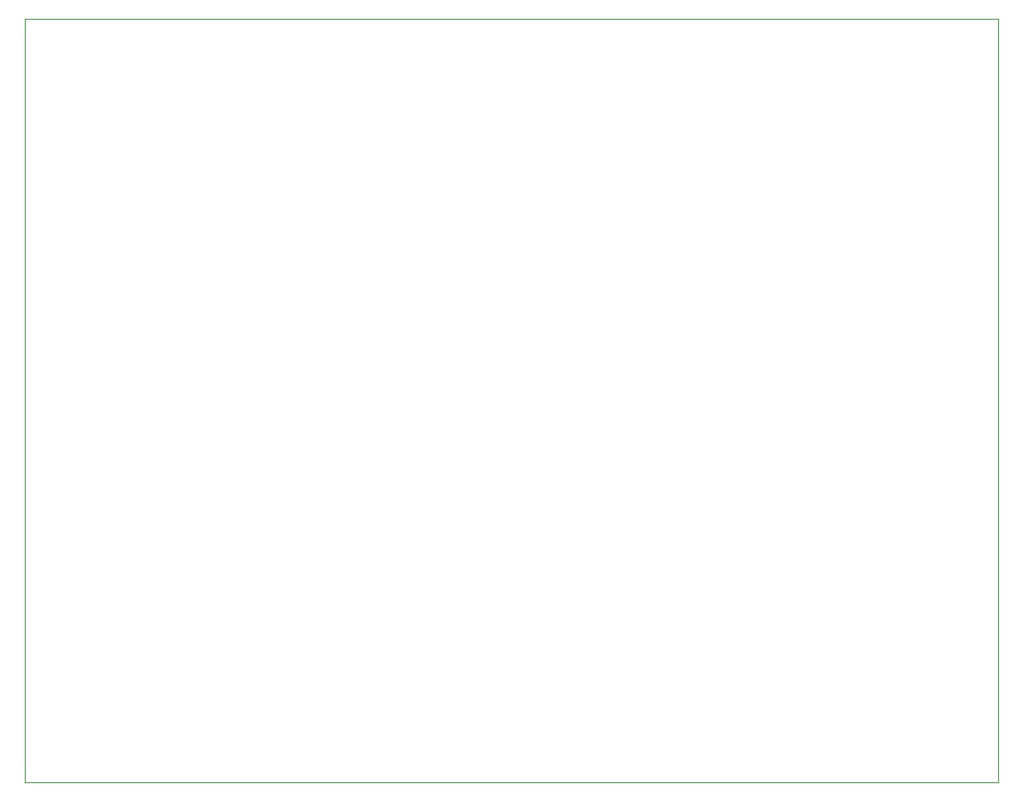
<source format=gbr>
%TF.GenerationSoftware,KiCad,Pcbnew,9.0.3*%
%TF.CreationDate,2025-07-24T13:33:21+07:00*%
%TF.ProjectId,shield,73686965-6c64-42e6-9b69-6361645f7063,rev?*%
%TF.SameCoordinates,Original*%
%TF.FileFunction,Profile,NP*%
%FSLAX46Y46*%
G04 Gerber Fmt 4.6, Leading zero omitted, Abs format (unit mm)*
G04 Created by KiCad (PCBNEW 9.0.3) date 2025-07-24 13:33:21*
%MOMM*%
%LPD*%
G01*
G04 APERTURE LIST*
%TA.AperFunction,Profile*%
%ADD10C,0.050000*%
%TD*%
G04 APERTURE END LIST*
D10*
X90855800Y-69469000D02*
X187147200Y-69469000D01*
X187147200Y-144907000D01*
X90855800Y-144907000D01*
X90855800Y-69469000D01*
M02*

</source>
